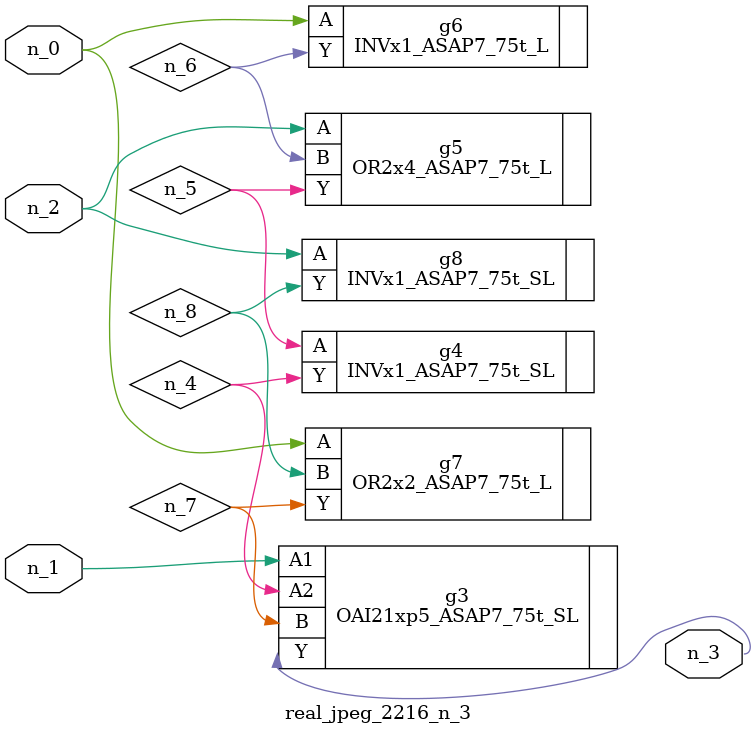
<source format=v>
module real_jpeg_2216_n_3 (n_1, n_0, n_2, n_3);

input n_1;
input n_0;
input n_2;

output n_3;

wire n_5;
wire n_4;
wire n_8;
wire n_6;
wire n_7;

INVx1_ASAP7_75t_L g6 ( 
.A(n_0),
.Y(n_6)
);

OR2x2_ASAP7_75t_L g7 ( 
.A(n_0),
.B(n_8),
.Y(n_7)
);

OAI21xp5_ASAP7_75t_SL g3 ( 
.A1(n_1),
.A2(n_4),
.B(n_7),
.Y(n_3)
);

OR2x4_ASAP7_75t_L g5 ( 
.A(n_2),
.B(n_6),
.Y(n_5)
);

INVx1_ASAP7_75t_SL g8 ( 
.A(n_2),
.Y(n_8)
);

INVx1_ASAP7_75t_SL g4 ( 
.A(n_5),
.Y(n_4)
);


endmodule
</source>
